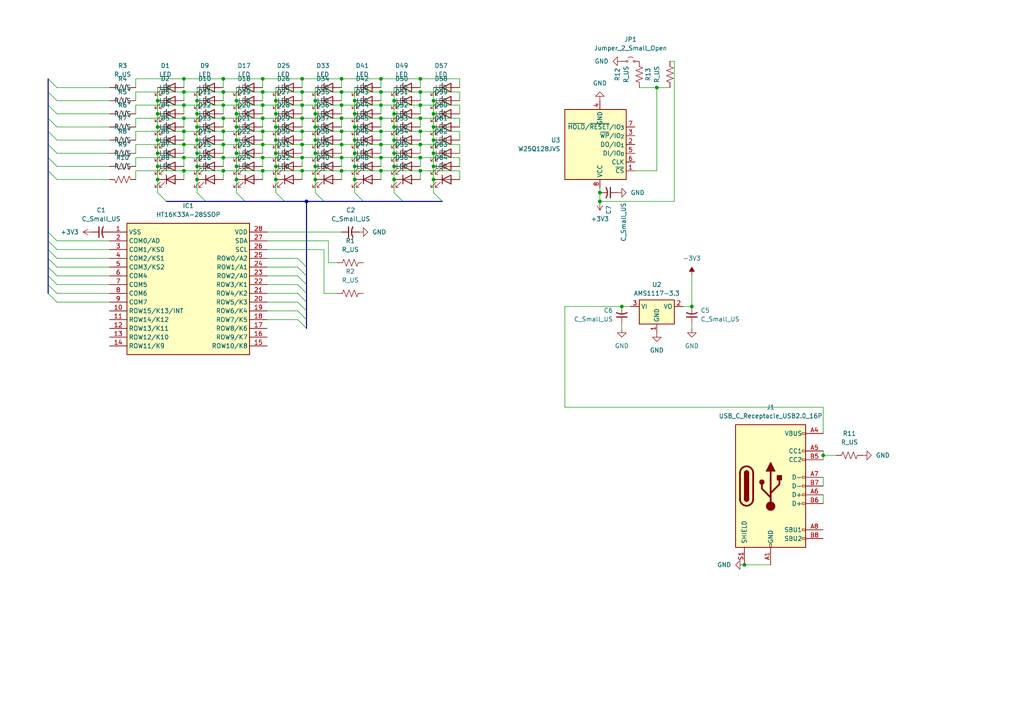
<source format=kicad_sch>
(kicad_sch (version 20250114) (generator "eeschema") (generator_version "9.0")
  (paper "A4")
  (junction (at 102.87 29.21))
  (junction (at 64.77 38.1))
  (junction (at 53.34 38.1))
  (junction (at 114.3 44.45))
  (junction (at 99.06 38.1))
  (junction (at 114.3 52.07))
  (junction (at 64.77 22.86))
  (junction (at 87.63 22.86))
  (junction (at 215.9 163.83))
  (junction (at 68.58 29.21))
  (junction (at 91.44 52.07))
  (junction (at 99.06 45.72))
  (junction (at 110.49 22.86))
  (junction (at 91.44 33.02))
  (junction (at 64.77 41.91))
  (junction (at 114.3 29.21))
  (junction (at 80.01 44.45))
  (junction (at 76.2 22.86))
  (junction (at 45.72 44.45))
  (junction (at 64.77 30.48))
  (junction (at 102.87 52.07))
  (junction (at 200.66 88.9))
  (junction (at 99.06 49.53))
  (junction (at 53.34 45.72))
  (junction (at 91.44 48.26))
  (junction (at 57.15 48.26))
  (junction (at 121.92 30.48))
  (junction (at 45.72 40.64))
  (junction (at 125.73 44.45))
  (junction (at 125.73 36.83))
  (junction (at 76.2 49.53))
  (junction (at 125.73 29.21))
  (junction (at 76.2 26.67))
  (junction (at 80.01 33.02))
  (junction (at 64.77 26.67))
  (junction (at 121.92 34.29))
  (junction (at 87.63 34.29))
  (junction (at 91.44 44.45))
  (junction (at 99.06 34.29))
  (junction (at 102.87 36.83))
  (junction (at 76.2 41.91))
  (junction (at 53.34 22.86))
  (junction (at 110.49 26.67))
  (junction (at 87.63 38.1))
  (junction (at 64.77 49.53))
  (junction (at 114.3 48.26))
  (junction (at 91.44 36.83))
  (junction (at 102.87 40.64))
  (junction (at 110.49 45.72))
  (junction (at 80.01 52.07))
  (junction (at 110.49 38.1))
  (junction (at 80.01 36.83))
  (junction (at 99.06 26.67))
  (junction (at 57.15 33.02))
  (junction (at 45.72 33.02))
  (junction (at 57.15 44.45))
  (junction (at 114.3 36.83))
  (junction (at 76.2 30.48))
  (junction (at 99.06 22.86))
  (junction (at 102.87 33.02))
  (junction (at 91.44 40.64))
  (junction (at 99.06 41.91))
  (junction (at 110.49 34.29))
  (junction (at 125.73 48.26))
  (junction (at 45.72 29.21))
  (junction (at 68.58 33.02))
  (junction (at 45.72 36.83))
  (junction (at 110.49 49.53))
  (junction (at 114.3 33.02))
  (junction (at 68.58 40.64))
  (junction (at 57.15 52.07))
  (junction (at 64.77 34.29))
  (junction (at 87.63 26.67))
  (junction (at 110.49 30.48))
  (junction (at 57.15 29.21))
  (junction (at 53.34 34.29))
  (junction (at 87.63 41.91))
  (junction (at 114.3 40.64))
  (junction (at 190.5 25.4))
  (junction (at 121.92 41.91))
  (junction (at 45.72 52.07))
  (junction (at 53.34 49.53))
  (junction (at 91.44 29.21))
  (junction (at 76.2 45.72))
  (junction (at 68.58 52.07))
  (junction (at 125.73 52.07))
  (junction (at 68.58 48.26))
  (junction (at 80.01 29.21))
  (junction (at 76.2 34.29))
  (junction (at 125.73 40.64))
  (junction (at 53.34 26.67))
  (junction (at 121.92 38.1))
  (junction (at 57.15 36.83))
  (junction (at 180.34 88.9))
  (junction (at 121.92 45.72))
  (junction (at 87.63 49.53))
  (junction (at 87.63 30.48))
  (junction (at 53.34 41.91))
  (junction (at 121.92 49.53))
  (junction (at 102.87 44.45))
  (junction (at 110.49 41.91))
  (junction (at 102.87 48.26))
  (junction (at 57.15 40.64))
  (junction (at 80.01 48.26))
  (junction (at 125.73 33.02))
  (junction (at 121.92 26.67))
  (junction (at 80.01 40.64))
  (junction (at 87.63 45.72))
  (junction (at 68.58 44.45))
  (junction (at 76.2 38.1))
  (junction (at 64.77 45.72))
  (junction (at 173.99 55.88))
  (junction (at 173.99 58.42))
  (junction (at 121.92 22.86))
  (junction (at 68.58 36.83))
  (junction (at 53.34 30.48))
  (junction (at 99.06 30.48))
  (junction (at 45.72 48.26))
  (junction (at 238.76 132.08))
  (junction (at 88.9 58.42))
  (bus_entry (at 125.73 55.88) (size 2.54 2.54))
  (bus_entry (at 13.97 34.29) (size 2.54 2.54))
  (bus_entry (at 88.9 85.09) (size -2.54 -2.54))
  (bus_entry (at 13.97 82.55) (size 2.54 2.54))
  (bus_entry (at 59.69 58.42) (size -2.54 -2.54))
  (bus_entry (at 13.97 22.86) (size 2.54 2.54))
  (bus_entry (at 13.97 49.53) (size 2.54 2.54))
  (bus_entry (at 13.97 72.39) (size 2.54 2.54))
  (bus_entry (at 88.9 87.63) (size -2.54 -2.54))
  (bus_entry (at 13.97 69.85) (size 2.54 2.54))
  (bus_entry (at 13.97 41.91) (size 2.54 2.54))
  (bus_entry (at 88.9 82.55) (size -2.54 -2.54))
  (bus_entry (at 48.26 58.42) (size -2.54 -2.54))
  (bus_entry (at 102.87 55.88) (size 2.54 2.54))
  (bus_entry (at 13.97 38.1) (size 2.54 2.54))
  (bus_entry (at 88.9 92.71) (size -2.54 -2.54))
  (bus_entry (at 88.9 80.01) (size -2.54 -2.54))
  (bus_entry (at 88.9 90.17) (size -2.54 -2.54))
  (bus_entry (at 13.97 74.93) (size 2.54 2.54))
  (bus_entry (at 13.97 85.09) (size 2.54 2.54))
  (bus_entry (at 80.01 55.88) (size 2.54 2.54))
  (bus_entry (at 71.12 58.42) (size -2.54 -2.54))
  (bus_entry (at 88.9 77.47) (size -2.54 -2.54))
  (bus_entry (at 13.97 77.47) (size 2.54 2.54))
  (bus_entry (at 13.97 45.72) (size 2.54 2.54))
  (bus_entry (at 88.9 95.25) (size -2.54 -2.54))
  (bus_entry (at 91.44 55.88) (size 2.54 2.54))
  (bus_entry (at 13.97 30.48) (size 2.54 2.54))
  (bus_entry (at 13.97 26.67) (size 2.54 2.54))
  (bus_entry (at 114.3 55.88) (size 2.54 2.54))
  (bus_entry (at 13.97 80.01) (size 2.54 2.54))
  (bus_entry (at 13.97 67.31) (size 2.54 2.54))
  (wire (pts (xy 57.15 40.64) (xy 57.15 44.45)))
  (wire (pts (xy 114.3 48.26) (xy 114.3 52.07)))
  (wire (pts (xy 45.72 52.07) (xy 45.72 55.88)))
  (wire (pts (xy 200.66 88.9) (xy 198.12 88.9)))
  (wire (pts (xy 97.79 85.09) (xy 93.98 85.09)))
  (wire (pts (xy 114.3 44.45) (xy 114.3 48.26)))
  (wire (pts (xy 87.63 34.29) (xy 87.63 36.83)))
  (wire (pts (xy 39.37 38.1) (xy 39.37 40.64)))
  (wire (pts (xy 133.35 36.83) (xy 133.35 34.29)))
  (wire (pts (xy 45.72 25.4) (xy 45.72 29.21)))
  (wire (pts (xy 57.15 25.4) (xy 57.15 29.21)))
  (wire (pts (xy 91.44 48.26) (xy 91.44 52.07)))
  (wire (pts (xy 125.73 25.4) (xy 125.73 29.21)))
  (bus (pts (xy 13.97 45.72) (xy 13.97 49.53)))
  (wire (pts (xy 76.2 45.72) (xy 87.63 45.72)))
  (wire (pts (xy 99.06 30.48) (xy 110.49 30.48)))
  (wire (pts (xy 77.47 77.47) (xy 86.36 77.47)))
  (wire (pts (xy 53.34 45.72) (xy 64.77 45.72)))
  (wire (pts (xy 39.37 34.29) (xy 39.37 36.83)))
  (wire (pts (xy 76.2 26.67) (xy 87.63 26.67)))
  (wire (pts (xy 68.58 33.02) (xy 68.58 36.83)))
  (wire (pts (xy 114.3 25.4) (xy 114.3 29.21)))
  (wire (pts (xy 64.77 49.53) (xy 64.77 52.07)))
  (wire (pts (xy 16.51 48.26) (xy 31.75 48.26)))
  (wire (pts (xy 121.92 45.72) (xy 121.92 48.26)))
  (wire (pts (xy 53.34 45.72) (xy 39.37 45.72)))
  (wire (pts (xy 184.15 49.53) (xy 190.5 49.53)))
  (wire (pts (xy 110.49 26.67) (xy 121.92 26.67)))
  (wire (pts (xy 110.49 41.91) (xy 110.49 44.45)))
  (wire (pts (xy 53.34 52.07) (xy 53.34 49.53)))
  (wire (pts (xy 57.15 29.21) (xy 57.15 33.02)))
  (bus (pts (xy 88.9 85.09) (xy 88.9 87.63)))
  (wire (pts (xy 68.58 48.26) (xy 68.58 52.07)))
  (wire (pts (xy 16.51 80.01) (xy 31.75 80.01)))
  (wire (pts (xy 91.44 25.4) (xy 91.44 29.21)))
  (wire (pts (xy 133.35 44.45) (xy 133.35 41.91)))
  (wire (pts (xy 64.77 22.86) (xy 53.34 22.86)))
  (wire (pts (xy 99.06 41.91) (xy 99.06 44.45)))
  (wire (pts (xy 185.42 25.4) (xy 190.5 25.4)))
  (bus (pts (xy 13.97 34.29) (xy 13.97 38.1)))
  (wire (pts (xy 95.25 69.85) (xy 77.47 69.85)))
  (wire (pts (xy 16.51 85.09) (xy 31.75 85.09)))
  (wire (pts (xy 180.34 88.9) (xy 163.83 88.9)))
  (wire (pts (xy 87.63 30.48) (xy 99.06 30.48)))
  (wire (pts (xy 53.34 30.48) (xy 64.77 30.48)))
  (bus (pts (xy 105.41 58.42) (xy 116.84 58.42)))
  (wire (pts (xy 16.51 40.64) (xy 31.75 40.64)))
  (wire (pts (xy 125.73 48.26) (xy 125.73 52.07)))
  (wire (pts (xy 45.72 44.45) (xy 45.72 48.26)))
  (wire (pts (xy 45.72 29.21) (xy 45.72 33.02)))
  (wire (pts (xy 57.15 33.02) (xy 57.15 36.83)))
  (wire (pts (xy 77.47 82.55) (xy 86.36 82.55)))
  (wire (pts (xy 64.77 30.48) (xy 64.77 33.02)))
  (wire (pts (xy 53.34 48.26) (xy 53.34 45.72)))
  (wire (pts (xy 133.35 25.4) (xy 133.35 22.86)))
  (wire (pts (xy 16.51 69.85) (xy 31.75 69.85)))
  (wire (pts (xy 87.63 49.53) (xy 87.63 52.07)))
  (wire (pts (xy 121.92 30.48) (xy 133.35 30.48)))
  (wire (pts (xy 238.76 133.35) (xy 238.76 132.08)))
  (wire (pts (xy 99.06 41.91) (xy 110.49 41.91)))
  (wire (pts (xy 121.92 41.91) (xy 121.92 44.45)))
  (bus (pts (xy 13.97 72.39) (xy 13.97 74.93)))
  (bus (pts (xy 88.9 77.47) (xy 88.9 80.01)))
  (wire (pts (xy 76.2 41.91) (xy 76.2 44.45)))
  (wire (pts (xy 39.37 45.72) (xy 39.37 48.26)))
  (wire (pts (xy 110.49 38.1) (xy 110.49 40.64)))
  (wire (pts (xy 53.34 44.45) (xy 53.34 41.91)))
  (wire (pts (xy 121.92 26.67) (xy 133.35 26.67)))
  (wire (pts (xy 64.77 45.72) (xy 76.2 45.72)))
  (wire (pts (xy 194.31 17.78) (xy 195.58 17.78)))
  (wire (pts (xy 87.63 49.53) (xy 99.06 49.53)))
  (wire (pts (xy 53.34 38.1) (xy 64.77 38.1)))
  (wire (pts (xy 180.34 88.9) (xy 182.88 88.9)))
  (wire (pts (xy 80.01 25.4) (xy 80.01 29.21)))
  (wire (pts (xy 68.58 25.4) (xy 68.58 29.21)))
  (wire (pts (xy 99.06 34.29) (xy 110.49 34.29)))
  (wire (pts (xy 57.15 44.45) (xy 57.15 48.26)))
  (wire (pts (xy 80.01 48.26) (xy 80.01 52.07)))
  (wire (pts (xy 16.51 82.55) (xy 31.75 82.55)))
  (wire (pts (xy 93.98 72.39) (xy 77.47 72.39)))
  (wire (pts (xy 77.47 92.71) (xy 86.36 92.71)))
  (wire (pts (xy 39.37 49.53) (xy 39.37 52.07)))
  (wire (pts (xy 242.57 132.08) (xy 238.76 132.08)))
  (wire (pts (xy 77.47 90.17) (xy 86.36 90.17)))
  (wire (pts (xy 195.58 17.78) (xy 195.58 58.42)))
  (wire (pts (xy 76.2 38.1) (xy 76.2 40.64)))
  (wire (pts (xy 93.98 85.09) (xy 93.98 72.39)))
  (wire (pts (xy 45.72 36.83) (xy 45.72 40.64)))
  (wire (pts (xy 114.3 29.21) (xy 114.3 33.02)))
  (wire (pts (xy 121.92 49.53) (xy 133.35 49.53)))
  (wire (pts (xy 91.44 44.45) (xy 91.44 48.26)))
  (wire (pts (xy 114.3 36.83) (xy 114.3 40.64)))
  (wire (pts (xy 133.35 45.72) (xy 133.35 48.26)))
  (bus (pts (xy 88.9 87.63) (xy 88.9 90.17)))
  (wire (pts (xy 102.87 29.21) (xy 102.87 33.02)))
  (wire (pts (xy 195.58 58.42) (xy 173.99 58.42)))
  (wire (pts (xy 125.73 40.64) (xy 125.73 44.45)))
  (bus (pts (xy 116.84 58.42) (xy 128.27 58.42)))
  (wire (pts (xy 45.72 40.64) (xy 45.72 44.45)))
  (wire (pts (xy 80.01 44.45) (xy 80.01 48.26)))
  (bus (pts (xy 13.97 26.67) (xy 13.97 30.48)))
  (wire (pts (xy 76.2 26.67) (xy 76.2 29.21)))
  (wire (pts (xy 64.77 34.29) (xy 64.77 36.83)))
  (wire (pts (xy 76.2 34.29) (xy 76.2 36.83)))
  (wire (pts (xy 102.87 40.64) (xy 102.87 44.45)))
  (wire (pts (xy 110.49 26.67) (xy 110.49 29.21)))
  (wire (pts (xy 53.34 29.21) (xy 53.34 26.67)))
  (wire (pts (xy 64.77 45.72) (xy 64.77 48.26)))
  (wire (pts (xy 53.34 34.29) (xy 39.37 34.29)))
  (wire (pts (xy 64.77 49.53) (xy 76.2 49.53)))
  (wire (pts (xy 76.2 34.29) (xy 87.63 34.29)))
  (wire (pts (xy 87.63 45.72) (xy 87.63 48.26)))
  (wire (pts (xy 110.49 49.53) (xy 110.49 52.07)))
  (wire (pts (xy 87.63 45.72) (xy 99.06 45.72)))
  (wire (pts (xy 133.35 26.67) (xy 133.35 29.21)))
  (wire (pts (xy 163.83 118.11) (xy 238.76 118.11)))
  (bus (pts (xy 13.97 49.53) (xy 13.97 67.31)))
  (wire (pts (xy 238.76 138.43) (xy 238.76 140.97)))
  (wire (pts (xy 53.34 26.67) (xy 39.37 26.67)))
  (wire (pts (xy 64.77 41.91) (xy 64.77 44.45)))
  (wire (pts (xy 16.51 74.93) (xy 31.75 74.93)))
  (wire (pts (xy 64.77 38.1) (xy 76.2 38.1)))
  (wire (pts (xy 39.37 30.48) (xy 39.37 33.02)))
  (wire (pts (xy 110.49 45.72) (xy 110.49 48.26)))
  (wire (pts (xy 102.87 25.4) (xy 102.87 29.21)))
  (wire (pts (xy 200.66 80.01) (xy 200.66 88.9)))
  (wire (pts (xy 110.49 45.72) (xy 121.92 45.72)))
  (bus (pts (xy 13.97 82.55) (xy 13.97 85.09)))
  (wire (pts (xy 110.49 30.48) (xy 110.49 33.02)))
  (bus (pts (xy 13.97 41.91) (xy 13.97 45.72)))
  (wire (pts (xy 200.66 93.98) (xy 200.66 95.25)))
  (wire (pts (xy 91.44 36.83) (xy 91.44 40.64)))
  (wire (pts (xy 80.01 29.21) (xy 80.01 33.02)))
  (wire (pts (xy 16.51 36.83) (xy 31.75 36.83)))
  (wire (pts (xy 64.77 38.1) (xy 64.77 40.64)))
  (wire (pts (xy 91.44 40.64) (xy 91.44 44.45)))
  (wire (pts (xy 121.92 26.67) (xy 121.92 29.21)))
  (wire (pts (xy 77.47 87.63) (xy 86.36 87.63)))
  (wire (pts (xy 110.49 49.53) (xy 121.92 49.53)))
  (wire (pts (xy 99.06 49.53) (xy 99.06 52.07)))
  (wire (pts (xy 110.49 30.48) (xy 121.92 30.48)))
  (wire (pts (xy 125.73 36.83) (xy 125.73 40.64)))
  (wire (pts (xy 133.35 45.72) (xy 121.92 45.72)))
  (wire (pts (xy 64.77 22.86) (xy 64.77 25.4)))
  (wire (pts (xy 87.63 22.86) (xy 87.63 25.4)))
  (wire (pts (xy 57.15 48.26) (xy 57.15 52.07)))
  (wire (pts (xy 53.34 33.02) (xy 53.34 30.48)))
  (wire (pts (xy 133.35 38.1) (xy 121.92 38.1)))
  (wire (pts (xy 91.44 29.21) (xy 91.44 33.02)))
  (wire (pts (xy 121.92 22.86) (xy 110.49 22.86)))
  (wire (pts (xy 53.34 40.64) (xy 53.34 38.1)))
  (bus (pts (xy 48.26 58.42) (xy 59.69 58.42)))
  (wire (pts (xy 16.51 72.39) (xy 31.75 72.39)))
  (wire (pts (xy 57.15 36.83) (xy 57.15 40.64)))
  (wire (pts (xy 53.34 49.53) (xy 39.37 49.53)))
  (wire (pts (xy 110.49 41.91) (xy 121.92 41.91)))
  (wire (pts (xy 121.92 38.1) (xy 121.92 40.64)))
  (wire (pts (xy 68.58 29.21) (xy 68.58 33.02)))
  (wire (pts (xy 80.01 36.83) (xy 80.01 40.64)))
  (wire (pts (xy 16.51 52.07) (xy 31.75 52.07)))
  (wire (pts (xy 99.06 67.31) (xy 77.47 67.31)))
  (bus (pts (xy 88.9 80.01) (xy 88.9 82.55)))
  (wire (pts (xy 77.47 74.93) (xy 86.36 74.93)))
  (wire (pts (xy 99.06 49.53) (xy 110.49 49.53)))
  (bus (pts (xy 82.55 58.42) (xy 88.9 58.42)))
  (bus (pts (xy 13.97 69.85) (xy 13.97 72.39)))
  (bus (pts (xy 13.97 30.48) (xy 13.97 34.29)))
  (wire (pts (xy 99.06 45.72) (xy 99.06 48.26)))
  (bus (pts (xy 13.97 38.1) (xy 13.97 41.91)))
  (bus (pts (xy 88.9 82.55) (xy 88.9 85.09)))
  (wire (pts (xy 39.37 41.91) (xy 39.37 44.45)))
  (wire (pts (xy 125.73 29.21) (xy 125.73 33.02)))
  (wire (pts (xy 121.92 34.29) (xy 121.92 36.83)))
  (wire (pts (xy 68.58 40.64) (xy 68.58 44.45)))
  (wire (pts (xy 68.58 44.45) (xy 68.58 48.26)))
  (wire (pts (xy 99.06 38.1) (xy 110.49 38.1)))
  (bus (pts (xy 13.97 77.47) (xy 13.97 80.01)))
  (wire (pts (xy 125.73 44.45) (xy 125.73 48.26)))
  (wire (pts (xy 215.9 163.83) (xy 223.52 163.83)))
  (bus (pts (xy 88.9 92.71) (xy 88.9 95.25)))
  (wire (pts (xy 238.76 118.11) (xy 238.76 125.73)))
  (wire (pts (xy 80.01 40.64) (xy 80.01 44.45)))
  (wire (pts (xy 39.37 26.67) (xy 39.37 29.21)))
  (bus (pts (xy 88.9 58.42) (xy 93.98 58.42)))
  (wire (pts (xy 87.63 38.1) (xy 99.06 38.1)))
  (wire (pts (xy 87.63 41.91) (xy 99.06 41.91)))
  (wire (pts (xy 76.2 22.86) (xy 64.77 22.86)))
  (wire (pts (xy 53.34 30.48) (xy 39.37 30.48)))
  (wire (pts (xy 110.49 34.29) (xy 110.49 36.83)))
  (wire (pts (xy 53.34 41.91) (xy 39.37 41.91)))
  (wire (pts (xy 76.2 41.91) (xy 87.63 41.91)))
  (wire (pts (xy 114.3 40.64) (xy 114.3 44.45)))
  (bus (pts (xy 88.9 90.17) (xy 88.9 92.71)))
  (wire (pts (xy 114.3 33.02) (xy 114.3 36.83)))
  (wire (pts (xy 102.87 52.07) (xy 102.87 55.88)))
  (wire (pts (xy 77.47 85.09) (xy 86.36 85.09)))
  (wire (pts (xy 87.63 41.91) (xy 87.63 44.45)))
  (wire (pts (xy 76.2 38.1) (xy 87.63 38.1)))
  (wire (pts (xy 121.92 49.53) (xy 121.92 52.07)))
  (wire (pts (xy 64.77 34.29) (xy 76.2 34.29)))
  (wire (pts (xy 45.72 33.02) (xy 45.72 36.83)))
  (wire (pts (xy 173.99 55.88) (xy 173.99 58.42)))
  (wire (pts (xy 16.51 87.63) (xy 31.75 87.63)))
  (wire (pts (xy 91.44 33.02) (xy 91.44 36.83)))
  (wire (pts (xy 87.63 26.67) (xy 99.06 26.67)))
  (wire (pts (xy 99.06 26.67) (xy 110.49 26.67)))
  (wire (pts (xy 121.92 22.86) (xy 121.92 25.4)))
  (wire (pts (xy 76.2 49.53) (xy 87.63 49.53)))
  (wire (pts (xy 87.63 22.86) (xy 76.2 22.86)))
  (wire (pts (xy 53.34 22.86) (xy 39.37 22.86)))
  (wire (pts (xy 190.5 25.4) (xy 194.31 25.4)))
  (wire (pts (xy 133.35 22.86) (xy 121.92 22.86)))
  (wire (pts (xy 99.06 22.86) (xy 87.63 22.86)))
  (wire (pts (xy 87.63 30.48) (xy 87.63 33.02)))
  (wire (pts (xy 64.77 30.48) (xy 76.2 30.48)))
  (wire (pts (xy 99.06 22.86) (xy 99.06 25.4)))
  (wire (pts (xy 76.2 22.86) (xy 76.2 25.4)))
  (wire (pts (xy 77.47 80.01) (xy 86.36 80.01)))
  (wire (pts (xy 16.51 29.21) (xy 31.75 29.21)))
  (wire (pts (xy 173.99 54.61) (xy 173.99 55.88)))
  (wire (pts (xy 16.51 77.47) (xy 31.75 77.47)))
  (bus (pts (xy 13.97 22.86) (xy 13.97 26.67)))
  (wire (pts (xy 180.34 95.25) (xy 180.34 93.98)))
  (wire (pts (xy 238.76 132.08) (xy 238.76 130.81)))
  (wire (pts (xy 133.35 33.02) (xy 133.35 30.48)))
  (wire (pts (xy 95.25 76.2) (xy 95.25 69.85)))
  (wire (pts (xy 102.87 36.83) (xy 102.87 40.64)))
  (wire (pts (xy 53.34 36.83) (xy 53.34 34.29)))
  (wire (pts (xy 76.2 30.48) (xy 76.2 33.02)))
  (wire (pts (xy 76.2 49.53) (xy 76.2 52.07)))
  (wire (pts (xy 53.34 41.91) (xy 64.77 41.91)))
  (wire (pts (xy 64.77 41.91) (xy 76.2 41.91)))
  (wire (pts (xy 87.63 38.1) (xy 87.63 40.64)))
  (wire (pts (xy 190.5 25.4) (xy 190.5 49.53)))
  (wire (pts (xy 64.77 26.67) (xy 64.77 29.21)))
  (wire (pts (xy 80.01 33.02) (xy 80.01 36.83)))
  (wire (pts (xy 53.34 49.53) (xy 64.77 49.53)))
  (wire (pts (xy 99.06 30.48) (xy 99.06 33.02)))
  (wire (pts (xy 163.83 88.9) (xy 163.83 118.11)))
  (wire (pts (xy 125.73 33.02) (xy 125.73 36.83)))
  (wire (pts (xy 238.76 143.51) (xy 238.76 146.05)))
  (wire (pts (xy 110.49 38.1) (xy 121.92 38.1)))
  (wire (pts (xy 64.77 26.67) (xy 76.2 26.67)))
  (wire (pts (xy 110.49 22.86) (xy 110.49 25.4)))
  (wire (pts (xy 102.87 33.02) (xy 102.87 36.83)))
  (wire (pts (xy 133.35 40.64) (xy 133.35 38.1)))
  (wire (pts (xy 102.87 48.26) (xy 102.87 52.07)))
  (wire (pts (xy 110.49 22.86) (xy 99.06 22.86)))
  (bus (pts (xy 13.97 67.31) (xy 13.97 69.85)))
  (wire (pts (xy 87.63 34.29) (xy 99.06 34.29)))
  (wire (pts (xy 133.35 34.29) (xy 121.92 34.29)))
  (bus (pts (xy 93.98 58.42) (xy 105.41 58.42)))
  (bus (pts (xy 13.97 80.01) (xy 13.97 82.55)))
  (bus (pts (xy 59.69 58.42) (xy 71.12 58.42)))
  (wire (pts (xy 99.06 45.72) (xy 110.49 45.72)))
  (bus (pts (xy 13.97 74.93) (xy 13.97 77.47)))
  (wire (pts (xy 99.06 34.29) (xy 99.06 36.83)))
  (wire (pts (xy 16.51 33.02) (xy 31.75 33.02)))
  (wire (pts (xy 68.58 52.07) (xy 68.58 55.88)))
  (wire (pts (xy 53.34 38.1) (xy 39.37 38.1)))
  (wire (pts (xy 57.15 52.07) (xy 57.15 55.88)))
  (wire (pts (xy 87.63 26.67) (xy 87.63 29.21)))
  (wire (pts (xy 99.06 26.67) (xy 99.06 29.21)))
  (wire (pts (xy 121.92 30.48) (xy 121.92 33.02)))
  (wire (pts (xy 16.51 44.45) (xy 31.75 44.45)))
  (wire (pts (xy 97.79 76.2) (xy 95.25 76.2)))
  (wire (pts (xy 53.34 34.29) (xy 64.77 34.29)))
  (wire (pts (xy 125.73 52.07) (xy 125.73 55.88)))
  (wire (pts (xy 133.35 41.91) (xy 121.92 41.91)))
  (wire (pts (xy 45.72 48.26) (xy 45.72 52.07)))
  (wire (pts (xy 16.51 25.4) (xy 31.75 25.4)))
  (wire (pts (xy 133.35 49.53) (xy 133.35 52.07)))
  (wire (pts (xy 99.06 38.1) (xy 99.06 40.64)))
  (bus (pts (xy 88.9 58.42) (xy 88.9 77.47)))
  (wire (pts (xy 39.37 22.86) (xy 39.37 25.4)))
  (wire (pts (xy 80.01 52.07) (xy 80.01 55.88)))
  (bus (pts (xy 71.12 58.42) (xy 82.55 58.42)))
  (wire (pts (xy 91.44 52.07) (xy 91.44 55.88)))
  (wire (pts (xy 76.2 30.48) (xy 87.63 30.48)))
  (wire (pts (xy 76.2 45.72) (xy 76.2 48.26)))
  (wire (pts (xy 53.34 26.67) (xy 64.77 26.67)))
  (wire (pts (xy 114.3 52.07) (xy 114.3 55.88)))
  (wire (pts (xy 102.87 44.45) (xy 102.87 48.26)))
  (wire (pts (xy 53.34 22.86) (xy 53.34 25.4)))
  (wire (pts (xy 110.49 34.29) (xy 121.92 34.29)))
  (wire (pts (xy 68.58 36.83) (xy 68.58 40.64)))
  (symbol (lib_id "Device:LED") (at 83.82 44.45 0) (unit 1)
    (property "Reference" "D30" (at 82.2325 38.1 0))
    (property "Value" "LED" (at 82.2325 40.64 0))
    (property "Footprint" "LED_SMD:LED_0603_1608Metric_Pad1.05x0.95mm_HandSolder" (effects (hide yes)))
    (property "Description" "Light emitting diode" (effects (hide yes)))
    (property "Sim.Pins" "1=K 2=A" (effects (hide yes)))
  )
  (symbol (lib_id "Device:LED") (at 72.39 25.4 0) (unit 1)
    (property "Reference" "D17" (at 70.8025 19.05 0))
    (property "Value" "LED" (at 70.8025 21.59 0))
    (property "Footprint" "LED_SMD:LED_0603_1608Metric_Pad1.05x0.95mm_HandSolder" (effects (hide yes)))
    (property "Description" "Light emitting diode" (effects (hide yes)))
    (property "Sim.Pins" "1=K 2=A" (effects (hide yes)))
  )
  (symbol (lib_id "Device:LED") (at 60.96 25.4 0) (unit 1)
    (property "Reference" "D9" (at 59.3725 19.05 0))
    (property "Value" "LED" (at 59.3725 21.59 0))
    (property "Footprint" "LED_SMD:LED_0603_1608Metric_Pad1.05x0.95mm_HandSolder" (effects (hide yes)))
    (property "Description" "Light emitting diode" (effects (hide yes)))
    (property "Sim.Pins" "1=K 2=A" (effects (hide yes)))
  )
  (symbol (lib_id "HT16K33A:HT16K33A-28SSOP") (at 31.75 67.31 0) (unit 1)
    (property "Reference" "IC1" (at 54.61 59.69 0))
    (property "Value" "HT16K33A-28SSOP" (at 54.61 62.23 0))
    (property "Footprint" "HT16K33A:SOP64P600X175-28N" (effects (hide yes)))
    (property "Datasheet" "https://akizukidenshi.com/goodsaffix/HT16K33A.pdf" (effects (hide yes)))
    (property "Description" "Operating voltage: 4.5V~5.5V  Integrated RC oscillator  I2 C bus interface  168 bits RAM for display data storage  Max. 168 patterns, 16 segments and 8 commons  R/W address auto increment  Max. 133 matrix key scanning  16-step dimming circuit  Package types: 20/24/28-pin SOP/SSOP" (effects (hide yes)))
    (property "Height" "1.75" (effects (hide yes)))
    (property "Manufacturer_Name" "Holmate Technology Corp. (Holtek)" (effects (hide yes)))
    (property "Manufacturer_Part_Number" "HT16K33A-28SSOP" (effects (hide yes)))
  )
  (symbol (lib_id "Device:LED") (at 72.39 29.21 0) (unit 1)
    (property "Reference" "D18" (at 70.8025 22.86 0))
    (property "Value" "LED" (at 70.8025 25.4 0))
    (property "Footprint" "LED_SMD:LED_0603_1608Metric_Pad1.05x0.95mm_HandSolder" (effects (hide yes)))
    (property "Description" "Light emitting diode" (effects (hide yes)))
    (property "Sim.Pins" "1=K 2=A" (effects (hide yes)))
  )
  (symbol (lib_id "Memory_Flash:W25Q128JVS") (at 173.99 41.91 180) (unit 1)
    (property "Reference" "U3" (at 162.56 40.6399 0) (effects (justify left)))
    (property "Value" "W25Q128JVS" (at 162.56 43.1799 0) (effects (justify left)))
    (property "Footprint" "Package_SO:SOIC-8_5.3x5.3mm_P1.27mm" (effects (hide yes)))
    (property "Datasheet" "https://www.winbond.com/resource-files/w25q128jv_dtr%20revc%2003272018%20plus.pdf" (effects (hide yes)))
    (property "Description" "128Mbit / 16MiB Serial Flash Memory, Standard/Dual/Quad SPI, 2.7-3.6V, SOIC-8" (effects (hide yes)))
  )
  (symbol (lib_id "Device:LED") (at 49.53 29.21 0) (unit 1)
    (property "Reference" "D2" (at 47.9425 22.86 0))
    (property "Value" "LED" (at 47.9425 25.4 0))
    (property "Footprint" "LED_SMD:LED_0603_1608Metric_Pad1.05x0.95mm_HandSolder" (effects (hide yes)))
    (property "Description" "Light emitting diode" (effects (hide yes)))
    (property "Sim.Pins" "1=K 2=A" (effects (hide yes)))
  )
  (symbol (lib_id "Device:R_US") (at 35.56 25.4 90) (unit 1)
    (property "Reference" "R3" (at 35.56 19.05 90))
    (property "Value" "R_US" (at 35.56 21.59 90))
    (property "Description" "Resistor, US symbol" (effects (hide yes)))
  )
  (symbol (lib_id "Device:LED") (at 49.53 40.64 0) (unit 1)
    (property "Reference" "D5" (at 47.9425 34.29 0))
    (property "Value" "LED" (at 47.9425 36.83 0))
    (property "Footprint" "LED_SMD:LED_0603_1608Metric_Pad1.05x0.95mm_HandSolder" (effects (hide yes)))
    (property "Description" "Light emitting diode" (effects (hide yes)))
    (property "Sim.Pins" "1=K 2=A" (effects (hide yes)))
  )
  (symbol (lib_id "power:GND") (at 215.9 163.83 270) (unit 1)
    (property "Reference" "#PWR04" (effects (hide yes)))
    (property "Value" "GND" (at 212.09 163.8299 90) (effects (justify right)))
    (property "Description" "Power symbol creates a global label with name \"GND\" , ground" (effects (hide yes)))
  )
  (symbol (lib_id "Device:LED") (at 118.11 36.83 0) (unit 1)
    (property "Reference" "D52" (at 116.5225 30.48 0))
    (property "Value" "LED" (at 116.5225 33.02 0))
    (property "Footprint" "LED_SMD:LED_0603_1608Metric_Pad1.05x0.95mm_HandSolder" (effects (hide yes)))
    (property "Description" "Light emitting diode" (effects (hide yes)))
    (property "Sim.Pins" "1=K 2=A" (effects (hide yes)))
  )
  (symbol (lib_id "power:-3V3") (at 200.66 80.01 0) (unit 1)
    (property "Reference" "#PWR011" (effects (hide yes)))
    (property "Value" "-3V3" (at 200.66 74.93 0))
    (property "Description" "Power symbol creates a global label with name \"-3V3\"" (effects (hide yes)))
  )
  (symbol (lib_id "Device:LED") (at 60.96 36.83 0) (unit 1)
    (property "Reference" "D12" (at 59.3725 30.48 0))
    (property "Value" "LED" (at 59.3725 33.02 0))
    (property "Footprint" "LED_SMD:LED_0603_1608Metric_Pad1.05x0.95mm_HandSolder" (effects (hide yes)))
    (property "Description" "Light emitting diode" (effects (hide yes)))
    (property "Sim.Pins" "1=K 2=A" (effects (hide yes)))
  )
  (symbol (lib_id "Device:LED") (at 83.82 52.07 0) (unit 1)
    (property "Reference" "D32" (at 82.2325 45.72 0))
    (property "Value" "LED" (at 82.2325 48.26 0))
    (property "Footprint" "LED_SMD:LED_0603_1608Metric_Pad1.05x0.95mm_HandSolder" (effects (hide yes)))
    (property "Description" "Light emitting diode" (effects (hide yes)))
    (property "Sim.Pins" "1=K 2=A" (effects (hide yes)))
  )
  (symbol (lib_id "Device:C_Small_US") (at 180.34 91.44 0) (mirror x) (unit 1)
    (property "Reference" "C6" (at 177.8 90.0429 0) (effects (justify right)))
    (property "Value" "C_Small_US" (at 177.8 92.5829 0) (effects (justify right)))
    (property "Footprint" "Capacitor_SMD:C_0603_1608Metric_Pad1.08x0.95mm_HandSolder" (effects (hide yes)))
    (property "Description" "capacitor, small US symbol" (effects (hide yes)))
  )
  (symbol (lib_id "Device:R_US") (at 101.6 76.2 90) (unit 1)
    (property "Reference" "R1" (at 101.6 69.85 90))
    (property "Value" "R_US" (at 101.6 72.39 90))
    (property "Footprint" "Resistor_SMD:R_0603_1608Metric_Pad0.98x0.95mm_HandSolder" (effects (hide yes)))
    (property "Description" "Resistor, US symbol" (effects (hide yes)))
  )
  (symbol (lib_id "Device:LED") (at 72.39 44.45 0) (unit 1)
    (property "Reference" "D22" (at 70.8025 38.1 0))
    (property "Value" "LED" (at 70.8025 40.64 0))
    (property "Footprint" "LED_SMD:LED_0603_1608Metric_Pad1.05x0.95mm_HandSolder" (effects (hide yes)))
    (property "Description" "Light emitting diode" (effects (hide yes)))
    (property "Sim.Pins" "1=K 2=A" (effects (hide yes)))
  )
  (symbol (lib_id "Device:LED") (at 95.25 44.45 0) (unit 1)
    (property "Reference" "D38" (at 93.6625 38.1 0))
    (property "Value" "LED" (at 93.6625 40.64 0))
    (property "Footprint" "LED_SMD:LED_0603_1608Metric_Pad1.05x0.95mm_HandSolder" (effects (hide yes)))
    (property "Description" "Light emitting diode" (effects (hide yes)))
    (property "Sim.Pins" "1=K 2=A" (effects (hide yes)))
  )
  (symbol (lib_id "power:GND") (at 200.66 95.25 0) (unit 1)
    (property "Reference" "#PWR02" (effects (hide yes)))
    (property "Value" "GND" (at 200.66 100.33 0))
    (property "Description" "Power symbol creates a global label with name \"GND\" , ground" (effects (hide yes)))
  )
  (symbol (lib_id "Device:LED") (at 60.96 33.02 0) (unit 1)
    (property "Reference" "D11" (at 59.3725 26.67 0))
    (property "Value" "LED" (at 59.3725 29.21 0))
    (property "Footprint" "LED_SMD:LED_0603_1608Metric_Pad1.05x0.95mm_HandSolder" (effects (hide yes)))
    (property "Description" "Light emitting diode" (effects (hide yes)))
    (property "Sim.Pins" "1=K 2=A" (effects (hide yes)))
  )
  (symbol (lib_id "Device:LED") (at 129.54 33.02 0) (unit 1)
    (property "Reference" "D59" (at 127.9525 26.67 0))
    (property "Value" "LED" (at 127.9525 29.21 0))
    (property "Footprint" "LED_SMD:LED_0603_1608Metric_Pad1.05x0.95mm_HandSolder" (effects (hide yes)))
    (property "Description" "Light emitting diode" (effects (hide yes)))
    (property "Sim.Pins" "1=K 2=A" (effects (hide yes)))
  )
  (symbol (lib_id "Device:LED") (at 118.11 33.02 0) (unit 1)
    (property "Reference" "D51" (at 116.5225 26.67 0))
    (property "Value" "LED" (at 116.5225 29.21 0))
    (property "Footprint" "LED_SMD:LED_0603_1608Metric_Pad1.05x0.95mm_HandSolder" (effects (hide yes)))
    (property "Description" "Light emitting diode" (effects (hide yes)))
    (property "Sim.Pins" "1=K 2=A" (effects (hide yes)))
  )
  (symbol (lib_id "power:GND") (at 190.5 96.52 0) (unit 1)
    (property "Reference" "#PWR01" (effects (hide yes)))
    (property "Value" "GND" (at 190.5 101.6 0))
    (property "Description" "Power symbol creates a global label with name \"GND\" , ground" (effects (hide yes)))
  )
  (symbol (lib_id "Device:LED") (at 49.53 52.07 0) (unit 1)
    (property "Reference" "D8" (at 47.9425 45.72 0))
    (property "Value" "LED" (at 47.9425 48.26 0))
    (property "Footprint" "LED_SMD:LED_0603_1608Metric_Pad1.05x0.95mm_HandSolder" (effects (hide yes)))
    (property "Description" "Light emitting diode" (effects (hide yes)))
    (property "Sim.Pins" "1=K 2=A" (effects (hide yes)))
  )
  (symbol (lib_id "power:GND") (at 250.19 132.08 90) (unit 1)
    (property "Reference" "#PWR05" (effects (hide yes)))
    (property "Value" "GND" (at 254 132.0799 90) (effects (justify right)))
    (property "Description" "Power symbol creates a global label with name \"GND\" , ground" (effects (hide yes)))
  )
  (symbol (lib_id "Device:LED") (at 129.54 52.07 0) (unit 1)
    (property "Reference" "D64" (at 127.9525 45.72 0))
    (property "Value" "LED" (at 127.9525 48.26 0))
    (property "Footprint" "LED_SMD:LED_0603_1608Metric_Pad1.05x0.95mm_HandSolder" (effects (hide yes)))
    (property "Description" "Light emitting diode" (effects (hide yes)))
    (property "Sim.Pins" "1=K 2=A" (effects (hide yes)))
  )
  (symbol (lib_id "power:+3V3") (at 26.67 67.31 90) (unit 1)
    (property "Reference" "#PWR012" (effects (hide yes)))
    (property "Value" "+3V3" (at 22.86 67.3099 90) (effects (justify left)))
    (property "Description" "Power symbol creates a global label with name \"+3V3\"" (effects (hide yes)))
  )
  (symbol (lib_id "Device:LED") (at 129.54 29.21 0) (unit 1)
    (property "Reference" "D58" (at 127.9525 22.86 0))
    (property "Value" "LED" (at 127.9525 25.4 0))
    (property "Footprint" "LED_SMD:LED_0603_1608Metric_Pad1.05x0.95mm_HandSolder" (effects (hide yes)))
    (property "Description" "Light emitting diode" (effects (hide yes)))
    (property "Sim.Pins" "1=K 2=A" (effects (hide yes)))
  )
  (symbol (lib_id "Device:LED") (at 60.96 52.07 0) (unit 1)
    (property "Reference" "D16" (at 59.3725 45.72 0))
    (property "Value" "LED" (at 59.3725 48.26 0))
    (property "Footprint" "LED_SMD:LED_0603_1608Metric_Pad1.05x0.95mm_HandSolder" (effects (hide yes)))
    (property "Description" "Light emitting diode" (effects (hide yes)))
    (property "Sim.Pins" "1=K 2=A" (effects (hide yes)))
  )
  (symbol (lib_id "Device:C_Small_US") (at 200.66 91.44 180) (unit 1)
    (property "Reference" "C5" (at 203.2 90.0429 0) (effects (justify right)))
    (property "Value" "C_Small_US" (at 203.2 92.5829 0) (effects (justify right)))
    (property "Footprint" "Capacitor_SMD:C_0603_1608Metric_Pad1.08x0.95mm_HandSolder" (effects (hide yes)))
    (property "Description" "capacitor, small US symbol" (effects (hide yes)))
  )
  (symbol (lib_id "Device:LED") (at 95.25 29.21 0) (unit 1)
    (property "Reference" "D34" (at 93.6625 22.86 0))
    (property "Value" "LED" (at 93.6625 25.4 0))
    (property "Footprint" "LED_SMD:LED_0603_1608Metric_Pad1.05x0.95mm_HandSolder" (effects (hide yes)))
    (property "Description" "Light emitting diode" (effects (hide yes)))
    (property "Sim.Pins" "1=K 2=A" (effects (hide yes)))
  )
  (symbol (lib_id "Device:LED") (at 106.68 52.07 0) (unit 1)
    (property "Reference" "D48" (at 105.0925 45.72 0))
    (property "Value" "LED" (at 105.0925 48.26 0))
    (property "Footprint" "LED_SMD:LED_0603_1608Metric_Pad1.05x0.95mm_HandSolder" (effects (hide yes)))
    (property "Description" "Light emitting diode" (effects (hide yes)))
    (property "Sim.Pins" "1=K 2=A" (effects (hide yes)))
  )
  (symbol (lib_id "Jumper:Jumper_2_Small_Open") (at 182.88 17.78 0) (unit 1)
    (property "Reference" "JP1" (at 182.88 11.43 0))
    (property "Value" "Jumper_2_Small_Open" (at 182.88 13.97 0))
    (property "Footprint" "Jumper:Jumper_Harwin_S1621_P10.9mm" (effects (hide yes)))
    (property "Description" "Jumper, 2-pole, small symbol, open" (effects (hide yes)))
  )
  (symbol (lib_id "Device:LED") (at 83.82 33.02 0) (unit 1)
    (property "Reference" "D27" (at 82.2325 26.67 0))
    (property "Value" "LED" (at 82.2325 29.21 0))
    (property "Footprint" "LED_SMD:LED_0603_1608Metric_Pad1.05x0.95mm_HandSolder" (effects (hide yes)))
    (property "Description" "Light emitting diode" (effects (hide yes)))
    (property "Sim.Pins" "1=K 2=A" (effects (hide yes)))
  )
  (symbol (lib_id "power:GND") (at 180.34 95.25 0) (unit 1)
    (property "Reference" "#PWR03" (effects (hide yes)))
    (property "Value" "GND" (at 180.34 100.33 0))
    (property "Description" "Power symbol creates a global label with name \"GND\" , ground" (effects (hide yes)))
  )
  (symbol (lib_id "Regulator_Linear:AMS1117-3.3") (at 190.5 88.9 0) (unit 1)
    (property "Reference" "U2" (at 190.5 82.55 0))
    (property "Value" "AMS1117-3.3" (at 190.5 85.09 0))
    (property "Footprint" "Package_TO_SOT_SMD:SOT-223-3_TabPin2" (effects (hide yes)))
    (property "Datasheet" "http://www.advanced-monolithic.com/pdf/ds1117.pdf" (effects (hide yes)))
    (property "Description" "1A Low Dropout regulator, positive, 3.3V fixed output, SOT-223" (effects (hide yes)))
  )
  (symbol (lib_id "power:GND") (at 104.14 67.31 90) (unit 1)
    (property "Reference" "#PWR09" (effects (hide yes)))
    (property "Value" "GND" (at 107.95 67.3099 90) (effects (justify right)))
    (property "Description" "Power symbol creates a global label with name \"GND\" , ground" (effects (hide yes)))
  )
  (symbol (lib_id "Device:LED") (at 72.39 33.02 0) (unit 1)
    (property "Reference" "D19" (at 70.8025 26.67 0))
    (property "Value" "LED" (at 70.8025 29.21 0))
    (property "Footprint" "LED_SMD:LED_0603_1608Metric_Pad1.05x0.95mm_HandSolder" (effects (hide yes)))
    (property "Description" "Light emitting diode" (effects (hide yes)))
    (property "Sim.Pins" "1=K 2=A" (effects (hide yes)))
  )
  (symbol (lib_id "Device:R_US") (at 35.56 44.45 90) (unit 1)
    (property "Reference" "R8" (at 35.56 38.1 90))
    (property "Value" "R_US" (at 35.56 40.64 90))
    (property "Description" "Resistor, US symbol" (effects (hide yes)))
  )
  (symbol (lib_id "Device:LED") (at 95.25 48.26 0) (unit 1)
    (property "Reference" "D39" (at 93.6625 41.91 0))
    (property "Value" "LED" (at 93.6625 44.45 0))
    (property "Footprint" "LED_SMD:LED_0603_1608Metric_Pad1.05x0.95mm_HandSolder" (effects (hide yes)))
    (property "Description" "Light emitting diode" (effects (hide yes)))
    (property "Sim.Pins" "1=K 2=A" (effects (hide yes)))
  )
  (symbol (lib_id "Device:LED") (at 95.25 25.4 0) (unit 1)
    (property "Reference" "D33" (at 93.6625 19.05 0))
    (property "Value" "LED" (at 93.6625 21.59 0))
    (property "Footprint" "LED_SMD:LED_0603_1608Metric_Pad1.05x0.95mm_HandSolder" (effects (hide yes)))
    (property "Description" "Light emitting diode" (effects (hide yes)))
    (property "Sim.Pins" "1=K 2=A" (effects (hide yes)))
  )
  (symbol (lib_id "Device:LED") (at 49.53 48.26 0) (unit 1)
    (property "Reference" "D7" (at 47.9425 41.91 0))
    (property "Value" "LED" (at 47.9425 44.45 0))
    (property "Footprint" "LED_SMD:LED_0603_1608Metric_Pad1.05x0.95mm_HandSolder" (effects (hide yes)))
    (property "Description" "Light emitting diode" (effects (hide yes)))
    (property "Sim.Pins" "1=K 2=A" (effects (hide yes)))
  )
  (symbol (lib_id "Device:LED") (at 83.82 29.21 0) (unit 1)
    (property "Reference" "D26" (at 82.2325 22.86 0))
    (property "Value" "LED" (at 82.2325 25.4 0))
    (property "Footprint" "LED_SMD:LED_0603_1608Metric_Pad1.05x0.95mm_HandSolder" (effects (hide yes)))
    (property "Description" "Light emitting diode" (effects (hide yes)))
    (property "Sim.Pins" "1=K 2=A" (effects (hide yes)))
  )
  (symbol (lib_id "Device:LED") (at 106.68 48.26 0) (unit 1)
    (property "Reference" "D47" (at 105.0925 41.91 0))
    (property "Value" "LED" (at 105.0925 44.45 0))
    (property "Footprint" "LED_SMD:LED_0603_1608Metric_Pad1.05x0.95mm_HandSolder" (effects (hide yes)))
    (property "Description" "Light emitting diode" (effects (hide yes)))
    (property "Sim.Pins" "1=K 2=A" (effects (hide yes)))
  )
  (symbol (lib_id "Device:LED") (at 118.11 25.4 0) (unit 1)
    (property "Reference" "D49" (at 116.5225 19.05 0))
    (property "Value" "LED" (at 116.5225 21.59 0))
    (property "Footprint" "LED_SMD:LED_0603_1608Metric_Pad1.05x0.95mm_HandSolder" (effects (hide yes)))
    (property "Description" "Light emitting diode" (effects (hide yes)))
    (property "Sim.Pins" "1=K 2=A" (effects (hide yes)))
  )
  (symbol (lib_id "power:GND") (at 180.34 17.78 270) (unit 1)
    (property "Reference" "#PWR08" (effects (hide yes)))
    (property "Value" "GND" (at 176.53 17.7799 90) (effects (justify right)))
    (property "Description" "Power symbol creates a global label with name \"GND\" , ground" (effects (hide yes)))
  )
  (symbol (lib_id "Device:R_US") (at 35.56 48.26 90) (unit 1)
    (property "Reference" "R9" (at 35.56 41.91 90))
    (property "Value" "R_US" (at 35.56 44.45 90))
    (property "Description" "Resistor, US symbol" (effects (hide yes)))
  )
  (symbol (lib_id "Device:R_US") (at 35.56 36.83 90) (unit 1)
    (property "Reference" "R6" (at 35.56 30.48 90))
    (property "Value" "R_US" (at 35.56 33.02 90))
    (property "Description" "Resistor, US symbol" (effects (hide yes)))
  )
  (symbol (lib_id "Device:R_US") (at 35.56 29.21 90) (unit 1)
    (property "Reference" "R4" (at 35.56 22.86 90))
    (property "Value" "R_US" (at 35.56 25.4 90))
    (property "Description" "Resistor, US symbol" (effects (hide yes)))
  )
  (symbol (lib_id "Device:LED") (at 95.25 33.02 0) (unit 1)
    (property "Reference" "D35" (at 93.6625 26.67 0))
    (property "Value" "LED" (at 93.6625 29.21 0))
    (property "Footprint" "LED_SMD:LED_0603_1608Metric_Pad1.05x0.95mm_HandSolder" (effects (hide yes)))
    (property "Description" "Light emitting diode" (effects (hide yes)))
    (property "Sim.Pins" "1=K 2=A" (effects (hide yes)))
  )
  (symbol (lib_id "Device:LED") (at 72.39 40.64 0) (unit 1)
    (property "Reference" "D21" (at 70.8025 34.29 0))
    (property "Value" "LED" (at 70.8025 36.83 0))
    (property "Footprint" "LED_SMD:LED_0603_1608Metric_Pad1.05x0.95mm_HandSolder" (effects (hide yes)))
    (property "Description" "Light emitting diode" (effects (hide yes)))
    (property "Sim.Pins" "1=K 2=A" (effects (hide yes)))
  )
  (symbol (lib_id "Device:LED") (at 95.25 36.83 0) (unit 1)
    (property "Reference" "D36" (at 93.6625 30.48 0))
    (property "Value" "LED" (at 93.6625 33.02 0))
    (property "Footprint" "LED_SMD:LED_0603_1608Metric_Pad1.05x0.95mm_HandSolder" (effects (hide yes)))
    (property "Description" "Light emitting diode" (effects (hide yes)))
    (property "Sim.Pins" "1=K 2=A" (effects (hide yes)))
  )
  (symbol (lib_id "Device:LED") (at 60.96 40.64 0) (unit 1)
    (property "Reference" "D13" (at 59.3725 34.29 0))
    (property "Value" "LED" (at 59.3725 36.83 0))
    (property "Footprint" "LED_SMD:LED_0603_1608Metric_Pad1.05x0.95mm_HandSolder" (effects (hide yes)))
    (property "Description" "Light emitting diode" (effects (hide yes)))
    (property "Sim.Pins" "1=K 2=A" (effects (hide yes)))
  )
  (symbol (lib_id "Device:LED") (at 129.54 40.64 0) (unit 1)
    (property "Reference" "D61" (at 127.9525 34.29 0))
    (property "Value" "LED" (at 127.9525 36.83 0))
    (property "Footprint" "LED_SMD:LED_0603_1608Metric_Pad1.05x0.95mm_HandSolder" (effects (hide yes)))
    (property "Description" "Light emitting diode" (effects (hide yes)))
    (property "Sim.Pins" "1=K 2=A" (effects (hide yes)))
  )
  (symbol (lib_id "Device:LED") (at 129.54 36.83 0) (unit 1)
    (property "Reference" "D60" (at 127.9525 30.48 0))
    (property "Value" "LED" (at 127.9525 33.02 0))
    (property "Footprint" "LED_SMD:LED_0603_1608Metric_Pad1.05x0.95mm_HandSolder" (effects (hide yes)))
    (property "Description" "Light emitting diode" (effects (hide yes)))
    (property "Sim.Pins" "1=K 2=A" (effects (hide yes)))
  )
  (symbol (lib_id "Device:R_US") (at 185.42 21.59 180) (unit 1)
    (property "Reference" "R12" (at 179.07 21.59 90))
    (property "Value" "R_US" (at 181.61 21.59 90))
    (property "Footprint" "Resistor_SMD:R_0603_1608Metric_Pad0.98x0.95mm_HandSolder" (effects (hide yes)))
    (property "Description" "Resistor, US symbol" (effects (hide yes)))
  )
  (symbol (lib_id "Device:LED") (at 95.25 40.64 0) (unit 1)
    (property "Reference" "D37" (at 93.6625 34.29 0))
    (property "Value" "LED" (at 93.6625 36.83 0))
    (property "Footprint" "LED_SMD:LED_0603_1608Metric_Pad1.05x0.95mm_HandSolder" (effects (hide yes)))
    (property "Description" "Light emitting diode" (effects (hide yes)))
    (property "Sim.Pins" "1=K 2=A" (effects (hide yes)))
  )
  (symbol (lib_id "Device:LED") (at 106.68 33.02 0) (unit 1)
    (property "Reference" "D43" (at 105.0925 26.67 0))
    (property "Value" "LED" (at 105.0925 29.21 0))
    (property "Footprint" "LED_SMD:LED_0603_1608Metric_Pad1.05x0.95mm_HandSolder" (effects (hide yes)))
    (property "Description" "Light emitting diode" (effects (hide yes)))
    (property "Sim.Pins" "1=K 2=A" (effects (hide yes)))
  )
  (symbol (lib_id "Device:LED") (at 118.11 48.26 0) (unit 1)
    (property "Reference" "D55" (at 116.5225 41.91 0))
    (property "Value" "LED" (at 116.5225 44.45 0))
    (property "Footprint" "LED_SMD:LED_0603_1608Metric_Pad1.05x0.95mm_HandSolder" (effects (hide yes)))
    (property "Description" "Light emitting diode" (effects (hide yes)))
    (property "Sim.Pins" "1=K 2=A" (effects (hide yes)))
  )
  (symbol (lib_id "Device:LED") (at 49.53 33.02 0) (unit 1)
    (property "Reference" "D3" (at 47.9425 26.67 0))
    (property "Value" "LED" (at 47.9425 29.21 0))
    (property "Footprint" "LED_SMD:LED_0603_1608Metric_Pad1.05x0.95mm_HandSolder" (effects (hide yes)))
    (property "Description" "Light emitting diode" (effects (hide yes)))
    (property "Sim.Pins" "1=K 2=A" (effects (hide yes)))
  )
  (symbol (lib_id "Device:LED") (at 72.39 52.07 0) (unit 1)
    (property "Reference" "D24" (at 70.8025 45.72 0))
    (property "Value" "LED" (at 70.8025 48.26 0))
    (property "Footprint" "LED_SMD:LED_0603_1608Metric_Pad1.05x0.95mm_HandSolder" (effects (hide yes)))
    (property "Description" "Light emitting diode" (effects (hide yes)))
    (property "Sim.Pins" "1=K 2=A" (effects (hide yes)))
  )
  (symbol (lib_id "power:GND") (at 173.99 29.21 180) (unit 1)
    (property "Reference" "#PWR07" (effects (hide yes)))
    (property "Value" "GND" (at 173.99 24.13 0))
    (property "Description" "Power symbol creates a global label with name \"GND\" , ground" (effects (hide yes)))
  )
  (symbol (lib_id "Device:LED") (at 83.82 36.83 0) (unit 1)
    (property "Reference" "D28" (at 82.2325 30.48 0))
    (property "Value" "LED" (at 82.2325 33.02 0))
    (property "Footprint" "LED_SMD:LED_0603_1608Metric_Pad1.05x0.95mm_HandSolder" (effects (hide yes)))
    (property "Description" "Light emitting diode" (effects (hide yes)))
    (property "Sim.Pins" "1=K 2=A" (effects (hide yes)))
  )
  (symbol (lib_id "Device:LED") (at 49.53 44.45 0) (unit 1)
    (property "Reference" "D6" (at 47.9425 38.1 0))
    (property "Value" "LED" (at 47.9425 40.64 0))
    (property "Footprint" "LED_SMD:LED_0603_1608Metric_Pad1.05x0.95mm_HandSolder" (effects (hide yes)))
    (property "Description" "Light emitting diode" (effects (hide yes)))
    (property "Sim.Pins" "1=K 2=A" (effects (hide yes)))
  )
  (symbol (lib_id "power:+3V3") (at 173.99 58.42 180) (unit 1)
    (property "Reference" "#PWR010" (effects (hide yes)))
    (property "Value" "+3V3" (at 173.99 63.5 0))
    (property "Description" "Power symbol creates a global label with name \"+3V3\"" (effects (hide yes)))
  )
  (symbol (lib_id "Device:R_US") (at 35.56 40.64 90) (unit 1)
    (property "Reference" "R7" (at 35.56 34.29 90))
    (property "Value" "R_US" (at 35.56 36.83 90))
    (property "Description" "Resistor, US symbol" (effects (hide yes)))
  )
  (symbol (lib_id "Connector:USB_C_Receptacle_USB2.0_16P") (at 223.52 140.97 0) (unit 1)
    (property "Reference" "J1" (at 223.52 118.11 0))
    (property "Value" "USB_C_Receptacle_USB2.0_16P" (at 223.52 120.65 0))
    (property "Footprint" "Connector_USB:USB_C_Receptacle_HRO_TYPE-C-31-M-12" (effects (hide yes)))
    (property "Datasheet" "https://www.usb.org/sites/default/files/documents/usb_type-c.zip" (effects (hide yes)))
    (property "Description" "USB 2.0-only 16P Type-C Receptacle connector" (effects (hide yes)))
  )
  (symbol (lib_id "Device:LED") (at 49.53 25.4 0) (unit 1)
    (property "Reference" "D1" (at 47.9425 19.05 0))
    (property "Value" "LED" (at 47.9425 21.59 0))
    (property "Footprint" "LED_SMD:LED_0603_1608Metric_Pad1.05x0.95mm_HandSolder" (effects (hide yes)))
    (property "Description" "Light emitting diode" (effects (hide yes)))
    (property "Sim.Pins" "1=K 2=A" (effects (hide yes)))
  )
  (symbol (lib_id "Device:R_US") (at 194.31 21.59 180) (unit 1)
    (property "Reference" "R13" (at 187.96 21.59 90))
    (property "Value" "R_US" (at 190.5 21.59 90))
    (property "Footprint" "Resistor_SMD:R_0603_1608Metric_Pad0.98x0.95mm_HandSolder" (effects (hide yes)))
    (property "Description" "Resistor, US symbol" (effects (hide yes)))
  )
  (symbol (lib_id "Device:LED") (at 106.68 29.21 0) (unit 1)
    (property "Reference" "D42" (at 105.0925 22.86 0))
    (property "Value" "LED" (at 105.0925 25.4 0))
    (property "Footprint" "LED_SMD:LED_0603_1608Metric_Pad1.05x0.95mm_HandSolder" (effects (hide yes)))
    (property "Description" "Light emitting diode" (effects (hide yes)))
    (property "Sim.Pins" "1=K 2=A" (effects (hide yes)))
  )
  (symbol (lib_id "Device:LED") (at 72.39 36.83 0) (unit 1)
    (property "Reference" "D20" (at 70.8025 30.48 0))
    (property "Value" "LED" (at 70.8025 33.02 0))
    (property "Footprint" "LED_SMD:LED_0603_1608Metric_Pad1.05x0.95mm_HandSolder" (effects (hide yes)))
    (property "Description" "Light emitting diode" (effects (hide yes)))
    (property "Sim.Pins" "1=K 2=A" (effects (hide yes)))
  )
  (symbol (lib_id "Device:LED") (at 60.96 48.26 0) (unit 1)
    (property "Reference" "D15" (at 59.3725 41.91 0))
    (property "Value" "LED" (at 59.3725 44.45 0))
    (property "Footprint" "LED_SMD:LED_0603_1608Metric_Pad1.05x0.95mm_HandSolder" (effects (hide yes)))
    (property "Description" "Light emitting diode" (effects (hide yes)))
    (property "Sim.Pins" "1=K 2=A" (effects (hide yes)))
  )
  (symbol (lib_id "Device:LED") (at 60.96 29.21 0) (unit 1)
    (property "Reference" "D10" (at 59.3725 22.86 0))
    (property "Value" "LED" (at 59.3725 25.4 0))
    (property "Footprint" "LED_SMD:LED_0603_1608Metric_Pad1.05x0.95mm_HandSolder" (effects (hide yes)))
    (property "Description" "Light emitting diode" (effects (hide yes)))
    (property "Sim.Pins" "1=K 2=A" (effects (hide yes)))
  )
  (symbol (lib_id "Device:R_US") (at 35.56 33.02 90) (unit 1)
    (property "Reference" "R5" (at 35.56 26.67 90))
    (property "Value" "R_US" (at 35.56 29.21 90))
    (property "Description" "Resistor, US symbol" (effects (hide yes)))
  )
  (symbol (lib_id "Device:LED") (at 95.25 52.07 0) (unit 1)
    (property "Reference" "D40" (at 93.6625 45.72 0))
    (property "Value" "LED" (at 93.6625 48.26 0))
    (property "Footprint" "LED_SMD:LED_0603_1608Metric_Pad1.05x0.95mm_HandSolder" (effects (hide yes)))
    (property "Description" "Light emitting diode" (effects (hide yes)))
    (property "Sim.Pins" "1=K 2=A" (effects (hide yes)))
  )
  (symbol (lib_id "Device:R_US") (at 35.56 52.07 270) (mirror x) (unit 1)
    (property "Reference" "R10" (at 35.56 45.72 90))
    (property "Value" "R_US" (at 35.56 48.26 90))
    (property "Description" "Resistor, US symbol" (effects (hide yes)))
  )
  (symbol (lib_id "Device:LED") (at 129.54 25.4 0) (unit 1)
    (property "Reference" "D57" (at 127.9525 19.05 0))
    (property "Value" "LED" (at 127.9525 21.59 0))
    (property "Footprint" "LED_SMD:LED_0603_1608Metric_Pad1.05x0.95mm_HandSolder" (effects (hide yes)))
    (property "Description" "Light emitting diode" (effects (hide yes)))
    (property "Sim.Pins" "1=K 2=A" (effects (hide yes)))
  )
  (symbol (lib_id "Device:LED") (at 118.11 40.64 0) (unit 1)
    (property "Reference" "D53" (at 116.5225 34.29 0))
    (property "Value" "LED" (at 116.5225 36.83 0))
    (property "Footprint" "LED_SMD:LED_0603_1608Metric_Pad1.05x0.95mm_HandSolder" (effects (hide yes)))
    (property "Description" "Light emitting diode" (effects (hide yes)))
    (property "Sim.Pins" "1=K 2=A" (effects (hide yes)))
  )
  (symbol (lib_id "Device:LED") (at 118.11 29.21 0) (unit 1)
    (property "Reference" "D50" (at 116.5225 22.86 0))
    (property "Value" "LED" (at 116.5225 25.4 0))
    (property "Footprint" "LED_SMD:LED_0603_1608Metric_Pad1.05x0.95mm_HandSolder" (effects (hide yes)))
    (property "Description" "Light emitting diode" (effects (hide yes)))
    (property "Sim.Pins" "1=K 2=A" (effects (hide yes)))
  )
  (symbol (lib_id "Device:LED") (at 118.11 44.45 0) (unit 1)
    (property "Reference" "D54" (at 116.5225 38.1 0))
    (property "Value" "LED" (at 116.5225 40.64 0))
    (property "Footprint" "LED_SMD:LED_0603_1608Metric_Pad1.05x0.95mm_HandSolder" (effects (hide yes)))
    (property "Description" "Light emitting diode" (effects (hide yes)))
    (property "Sim.Pins" "1=K 2=A" (effects (hide yes)))
  )
  (symbol (lib_id "Device:LED") (at 106.68 44.45 0) (unit 1)
    (property "Reference" "D46" (at 105.0925 38.1 0))
    (property "Value" "LED" (at 105.0925 40.64 0))
    (property "Footprint" "LED_SMD:LED_0603_1608Metric_Pad1.05x0.95mm_HandSolder" (effects (hide yes)))
    (property "Description" "Light emitting diode" (effects (hide yes)))
    (property "Sim.Pins" "1=K 2=A" (effects (hide yes)))
  )
  (symbol (lib_id "Device:C_Small_US") (at 176.53 55.88 270) (unit 1)
    (property "Reference" "C7" (at 176.53 62.23 0) (effects (justify right)))
    (property "Value" "C_Small_US" (at 180.848 70.104 0) (effects (justify right)))
    (property "Footprint" "Capacitor_SMD:C_0603_1608Metric_Pad1.08x0.95mm_HandSolder" (effects (hide yes)))
    (property "Description" "capacitor, small US symbol" (effects (hide yes)))
  )
  (symbol (lib_id "Device:LED") (at 129.54 44.45 0) (unit 1)
    (property "Reference" "D62" (at 127.9525 38.1 0))
    (property "Value" "LED" (at 127.9525 40.64 0))
    (property "Footprint" "LED_SMD:LED_0603_1608Metric_Pad1.05x0.95mm_HandSolder" (effects (hide yes)))
    (property "Description" "Light emitting diode" (effects (hide yes)))
    (property "Sim.Pins" "1=K 2=A" (effects (hide yes)))
  )
  (symbol (lib_id "Device:LED") (at 129.54 48.26 0) (unit 1)
    (property "Reference" "D63" (at 127.9525 41.91 0))
    (property "Value" "LED" (at 127.9525 44.45 0))
    (property "Footprint" "LED_SMD:LED_0603_1608Metric_Pad1.05x0.95mm_HandSolder" (effects (hide yes)))
    (property "Description" "Light emitting diode" (effects (hide yes)))
    (property "Sim.Pins" "1=K 2=A" (effects (hide yes)))
  )
  (symbol (lib_id "Device:LED") (at 106.68 36.83 0) (unit 1)
    (property "Reference" "D44" (at 105.0925 30.48 0))
    (property "Value" "LED" (at 105.0925 33.02 0))
    (property "Footprint" "LED_SMD:LED_0603_1608Metric_Pad1.05x0.95mm_HandSolder" (effects (hide yes)))
    (property "Description" "Light emitting diode" (effects (hide yes)))
    (property "Sim.Pins" "1=K 2=A" (effects (hide yes)))
  )
  (symbol (lib_id "Device:LED") (at 106.68 25.4 0) (unit 1)
    (property "Reference" "D41" (at 105.0925 19.05 0))
    (property "Value" "LED" (at 105.0925 21.59 0))
    (property "Footprint" "LED_SMD:LED_0603_1608Metric_Pad1.05x0.95mm_HandSolder" (effects (hide yes)))
    (property "Description" "Light emitting diode" (effects (hide yes)))
    (property "Sim.Pins" "1=K 2=A" (effects (hide yes)))
  )
  (symbol (lib_id "Device:LED") (at 118.11 52.07 0) (unit 1)
    (property "Reference" "D56" (at 116.5225 45.72 0))
    (property "Value" "LED" (at 116.5225 48.26 0))
    (property "Footprint" "LED_SMD:LED_0603_1608Metric_Pad1.05x0.95mm_HandSolder" (effects (hide yes)))
    (property "Description" "Light emitting diode" (effects (hide yes)))
    (property "Sim.Pins" "1=K 2=A" (effects (hide yes)))
  )
  (symbol (lib_id "Device:LED") (at 49.53 36.83 0) (unit 1)
    (property "Reference" "D4" (at 47.9425 30.48 0))
    (property "Value" "LED" (at 47.9425 33.02 0))
    (property "Footprint" "LED_SMD:LED_0603_1608Metric_Pad1.05x0.95mm_HandSolder" (effects (hide yes)))
    (property "Description" "Light emitting diode" (effects (hide yes)))
    (property "Sim.Pins" "1=K 2=A" (effects (hide yes)))
  )
  (symbol (lib_id "Device:R_US") (at 246.38 132.08 90) (unit 1)
    (property "Reference" "R11" (at 246.38 125.73 90))
    (property "Value" "R_US" (at 246.38 128.27 90))
    (property "Footprint" "Resistor_SMD:R_0603_1608Metric_Pad0.98x0.95mm_HandSolder" (effects (hide yes)))
    (property "Description" "Resistor, US symbol" (effects (hide yes)))
  )
  (symbol (lib_id "Device:LED") (at 83.82 48.26 0) (unit 1)
    (property "Reference" "D31" (at 82.2325 41.91 0))
    (property "Value" "LED" (at 82.2325 44.45 0))
    (property "Footprint" "LED_SMD:LED_0603_1608Metric_Pad1.05x0.95mm_HandSolder" (effects (hide yes)))
    (property "Description" "Light emitting diode" (effects (hide yes)))
    (property "Sim.Pins" "1=K 2=A" (effects (hide yes)))
  )
  (symbol (lib_id "Device:LED") (at 60.96 44.45 0) (unit 1)
    (property "Reference" "D14" (at 59.3725 38.1 0))
    (property "Value" "LED" (at 59.3725 40.64 0))
    (property "Footprint" "LED_SMD:LED_0603_1608Metric_Pad1.05x0.95mm_HandSolder" (effects (hide yes)))
    (property "Description" "Light emitting diode" (effects (hide yes)))
    (property "Sim.Pins" "1=K 2=A" (effects (hide yes)))
  )
  (symbol (lib_id "power:GND") (at 179.07 55.88 90) (unit 1)
    (property "Reference" "#PWR06" (effects (hide yes)))
    (property "Value" "GND" (at 182.88 55.8799 90) (effects (justify right)))
    (property "Description" "Power symbol creates a global label with name \"GND\" , ground" (effects (hide yes)))
  )
  (symbol (lib_id "Device:C_Small_US") (at 29.21 67.31 90) (unit 1)
    (property "Reference" "C1" (at 29.337 60.96 90))
    (property "Value" "C_Small_US" (at 29.337 63.5 90))
    (property "Footprint" "Capacitor_SMD:C_0603_1608Metric_Pad1.08x0.95mm_HandSolder" (effects (hide yes)))
    (property "Description" "capacitor, small US symbol" (effects (hide yes)))
  )
  (symbol (lib_id "Device:C_Small_US") (at 101.6 67.31 90) (unit 1)
    (property "Reference" "C2" (at 101.727 60.96 90))
    (property "Value" "C_Small_US" (at 101.727 63.5 90))
    (property "Footprint" "Capacitor_SMD:C_0603_1608Metric_Pad1.08x0.95mm_HandSolder" (effects (hide yes)))
    (property "Description" "capacitor, small US symbol" (effects (hide yes)))
  )
  (symbol (lib_id "Device:R_US") (at 101.6 85.09 90) (unit 1)
    (property "Reference" "R2" (at 101.6 78.74 90))
    (property "Value" "R_US" (at 101.6 81.28 90))
    (property "Footprint" "Resistor_SMD:R_0603_1608Metric_Pad0.98x0.95mm_HandSolder" (effects (hide yes)))
    (property "Description" "Resistor, US symbol" (effects (hide yes)))
  )
  (symbol (lib_id "Device:LED") (at 72.39 48.26 0) (unit 1)
    (property "Reference" "D23" (at 70.8025 41.91 0))
    (property "Value" "LED" (at 70.8025 44.45 0))
    (property "Footprint" "LED_SMD:LED_0603_1608Metric_Pad1.05x0.95mm_HandSolder" (effects (hide yes)))
    (property "Description" "Light emitting diode" (effects (hide yes)))
    (property "Sim.Pins" "1=K 2=A" (effects (hide yes)))
  )
  (symbol (lib_id "Device:LED") (at 83.82 25.4 0) (unit 1)
    (property "Reference" "D25" (at 82.2325 19.05 0))
    (property "Value" "LED" (at 82.2325 21.59 0))
    (property "Footprint" "LED_SMD:LED_0603_1608Metric_Pad1.05x0.95mm_HandSolder" (effects (hide yes)))
    (property "Description" "Light emitting diode" (effects (hide yes)))
    (property "Sim.Pins" "1=K 2=A" (effects (hide yes)))
  )
  (symbol (lib_id "Device:LED") (at 106.68 40.64 0) (unit 1)
    (property "Reference" "D45" (at 105.0925 34.29 0))
    (property "Value" "LED" (at 105.0925 36.83 0))
    (property "Footprint" "LED_SMD:LED_0603_1608Metric_Pad1.05x0.95mm_HandSolder" (effects (hide yes)))
    (property "Description" "Light emitting diode" (effects (hide yes)))
    (property "Sim.Pins" "1=K 2=A" (effects (hide yes)))
  )
  (symbol (lib_id "Device:LED") (at 83.82 40.64 0) (unit 1)
    (property "Reference" "D29" (at 82.2325 34.29 0))
    (property "Value" "LED" (at 82.2325 36.83 0))
    (property "Footprint" "LED_SMD:LED_0603_1608Metric_Pad1.05x0.95mm_HandSolder" (effects (hide yes)))
    (property "Description" "Light emitting diode" (effects (hide yes)))
    (property "Sim.Pins" "1=K 2=A" (effects (hide yes)))
  )
)
</source>
